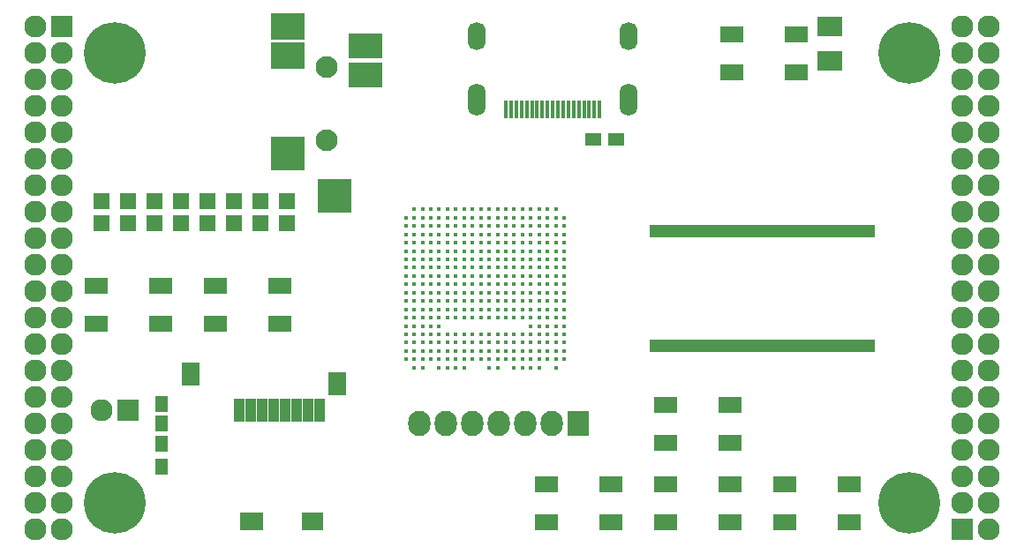
<source format=gts>
G04 #@! TF.FileFunction,Soldermask,Top*
%FSLAX46Y46*%
G04 Gerber Fmt 4.6, Leading zero omitted, Abs format (unit mm)*
G04 Created by KiCad (PCBNEW 4.0.5+dfsg1-4) date Wed May 10 16:42:39 2017*
%MOMM*%
%LPD*%
G01*
G04 APERTURE LIST*
%ADD10C,0.100000*%
%ADD11C,0.430000*%
%ADD12R,2.432000X1.924000*%
%ADD13R,1.100000X2.200000*%
%ADD14R,2.000000X1.800000*%
%ADD15R,2.200000X1.800000*%
%ADD16R,1.800000X2.300000*%
%ADD17R,2.200000X1.500000*%
%ADD18R,1.598880X1.598880*%
%ADD19R,3.200000X2.600000*%
%ADD20R,3.200000X3.200000*%
%ADD21R,3.200000X2.400000*%
%ADD22C,2.100000*%
%ADD23R,0.960000X1.300000*%
%ADD24O,1.700000X3.100000*%
%ADD25O,1.700000X2.700000*%
%ADD26R,0.350000X1.700000*%
%ADD27R,2.127200X2.127200*%
%ADD28O,2.127200X2.127200*%
%ADD29C,5.900000*%
%ADD30R,1.600000X1.300000*%
%ADD31R,2.127200X2.432000*%
%ADD32O,2.127200X2.432000*%
%ADD33R,1.150000X1.600000*%
%ADD34R,1.300000X1.600000*%
G04 APERTURE END LIST*
D10*
D11*
X131680000Y-80200000D03*
X132480000Y-80200000D03*
X133280000Y-80200000D03*
X134080000Y-80200000D03*
X134880000Y-80200000D03*
X135680000Y-80200000D03*
X136480000Y-80200000D03*
X137280000Y-80200000D03*
X138080000Y-80200000D03*
X138880000Y-80200000D03*
X139680000Y-80200000D03*
X140480000Y-80200000D03*
X141280000Y-80200000D03*
X142080000Y-80200000D03*
X142880000Y-80200000D03*
X143680000Y-80200000D03*
X144480000Y-80200000D03*
X145280000Y-80200000D03*
X130880000Y-81000000D03*
X131680000Y-81000000D03*
X132480000Y-81000000D03*
X133280000Y-81000000D03*
X134080000Y-81000000D03*
X134880000Y-81000000D03*
X135680000Y-81000000D03*
X136480000Y-81000000D03*
X137280000Y-81000000D03*
X138080000Y-81000000D03*
X138880000Y-81000000D03*
X139680000Y-81000000D03*
X140480000Y-81000000D03*
X141280000Y-81000000D03*
X142080000Y-81000000D03*
X142880000Y-81000000D03*
X143680000Y-81000000D03*
X144480000Y-81000000D03*
X145280000Y-81000000D03*
X146080000Y-81000000D03*
X130880000Y-81800000D03*
X131680000Y-81800000D03*
X132480000Y-81800000D03*
X133280000Y-81800000D03*
X134080000Y-81800000D03*
X134880000Y-81800000D03*
X135680000Y-81800000D03*
X136480000Y-81800000D03*
X137280000Y-81800000D03*
X138080000Y-81800000D03*
X138880000Y-81800000D03*
X139680000Y-81800000D03*
X140480000Y-81800000D03*
X141280000Y-81800000D03*
X142080000Y-81800000D03*
X142880000Y-81800000D03*
X143680000Y-81800000D03*
X144480000Y-81800000D03*
X145280000Y-81800000D03*
X146080000Y-81800000D03*
X130880000Y-82600000D03*
X131680000Y-82600000D03*
X132480000Y-82600000D03*
X133280000Y-82600000D03*
X134080000Y-82600000D03*
X134880000Y-82600000D03*
X135680000Y-82600000D03*
X136480000Y-82600000D03*
X137280000Y-82600000D03*
X138080000Y-82600000D03*
X138880000Y-82600000D03*
X139680000Y-82600000D03*
X140480000Y-82600000D03*
X141280000Y-82600000D03*
X142080000Y-82600000D03*
X142880000Y-82600000D03*
X143680000Y-82600000D03*
X144480000Y-82600000D03*
X145280000Y-82600000D03*
X146080000Y-82600000D03*
X130880000Y-83400000D03*
X131680000Y-83400000D03*
X132480000Y-83400000D03*
X133280000Y-83400000D03*
X134080000Y-83400000D03*
X134880000Y-83400000D03*
X135680000Y-83400000D03*
X136480000Y-83400000D03*
X137280000Y-83400000D03*
X138080000Y-83400000D03*
X138880000Y-83400000D03*
X139680000Y-83400000D03*
X140480000Y-83400000D03*
X141280000Y-83400000D03*
X142080000Y-83400000D03*
X142880000Y-83400000D03*
X143680000Y-83400000D03*
X144480000Y-83400000D03*
X145280000Y-83400000D03*
X146080000Y-83400000D03*
X130880000Y-84200000D03*
X131680000Y-84200000D03*
X132480000Y-84200000D03*
X133280000Y-84200000D03*
X134080000Y-84200000D03*
X134880000Y-84200000D03*
X135680000Y-84200000D03*
X136480000Y-84200000D03*
X137280000Y-84200000D03*
X138080000Y-84200000D03*
X138880000Y-84200000D03*
X139680000Y-84200000D03*
X140480000Y-84200000D03*
X141280000Y-84200000D03*
X142080000Y-84200000D03*
X142880000Y-84200000D03*
X143680000Y-84200000D03*
X144480000Y-84200000D03*
X145280000Y-84200000D03*
X146080000Y-84200000D03*
X130880000Y-85000000D03*
X131680000Y-85000000D03*
X132480000Y-85000000D03*
X133280000Y-85000000D03*
X134080000Y-85000000D03*
X134880000Y-85000000D03*
X135680000Y-85000000D03*
X136480000Y-85000000D03*
X137280000Y-85000000D03*
X138080000Y-85000000D03*
X138880000Y-85000000D03*
X139680000Y-85000000D03*
X140480000Y-85000000D03*
X141280000Y-85000000D03*
X142080000Y-85000000D03*
X142880000Y-85000000D03*
X143680000Y-85000000D03*
X144480000Y-85000000D03*
X145280000Y-85000000D03*
X146080000Y-85000000D03*
X130880000Y-85800000D03*
X131680000Y-85800000D03*
X132480000Y-85800000D03*
X133280000Y-85800000D03*
X134080000Y-85800000D03*
X134880000Y-85800000D03*
X135680000Y-85800000D03*
X136480000Y-85800000D03*
X137280000Y-85800000D03*
X138080000Y-85800000D03*
X138880000Y-85800000D03*
X139680000Y-85800000D03*
X140480000Y-85800000D03*
X141280000Y-85800000D03*
X142080000Y-85800000D03*
X142880000Y-85800000D03*
X143680000Y-85800000D03*
X144480000Y-85800000D03*
X145280000Y-85800000D03*
X146080000Y-85800000D03*
X130880000Y-86600000D03*
X131680000Y-86600000D03*
X132480000Y-86600000D03*
X133280000Y-86600000D03*
X134080000Y-86600000D03*
X134880000Y-86600000D03*
X135680000Y-86600000D03*
X136480000Y-86600000D03*
X137280000Y-86600000D03*
X138080000Y-86600000D03*
X138880000Y-86600000D03*
X139680000Y-86600000D03*
X140480000Y-86600000D03*
X141280000Y-86600000D03*
X142080000Y-86600000D03*
X142880000Y-86600000D03*
X143680000Y-86600000D03*
X144480000Y-86600000D03*
X145280000Y-86600000D03*
X146080000Y-86600000D03*
X130880000Y-87400000D03*
X131680000Y-87400000D03*
X132480000Y-87400000D03*
X133280000Y-87400000D03*
X134080000Y-87400000D03*
X134880000Y-87400000D03*
X135680000Y-87400000D03*
X136480000Y-87400000D03*
X137280000Y-87400000D03*
X138080000Y-87400000D03*
X138880000Y-87400000D03*
X139680000Y-87400000D03*
X140480000Y-87400000D03*
X141280000Y-87400000D03*
X142080000Y-87400000D03*
X142880000Y-87400000D03*
X143680000Y-87400000D03*
X144480000Y-87400000D03*
X145280000Y-87400000D03*
X146080000Y-87400000D03*
X130880000Y-88200000D03*
X131680000Y-88200000D03*
X132480000Y-88200000D03*
X133280000Y-88200000D03*
X134080000Y-88200000D03*
X134880000Y-88200000D03*
X135680000Y-88200000D03*
X136480000Y-88200000D03*
X137280000Y-88200000D03*
X138080000Y-88200000D03*
X138880000Y-88200000D03*
X139680000Y-88200000D03*
X140480000Y-88200000D03*
X141280000Y-88200000D03*
X142080000Y-88200000D03*
X142880000Y-88200000D03*
X143680000Y-88200000D03*
X144480000Y-88200000D03*
X145280000Y-88200000D03*
X146080000Y-88200000D03*
X130880000Y-89000000D03*
X131680000Y-89000000D03*
X132480000Y-89000000D03*
X133280000Y-89000000D03*
X134080000Y-89000000D03*
X134880000Y-89000000D03*
X135680000Y-89000000D03*
X136480000Y-89000000D03*
X137280000Y-89000000D03*
X138080000Y-89000000D03*
X138880000Y-89000000D03*
X139680000Y-89000000D03*
X140480000Y-89000000D03*
X141280000Y-89000000D03*
X142080000Y-89000000D03*
X142880000Y-89000000D03*
X143680000Y-89000000D03*
X144480000Y-89000000D03*
X145280000Y-89000000D03*
X146080000Y-89000000D03*
X130880000Y-89800000D03*
X131680000Y-89800000D03*
X132480000Y-89800000D03*
X133280000Y-89800000D03*
X134080000Y-89800000D03*
X134880000Y-89800000D03*
X135680000Y-89800000D03*
X136480000Y-89800000D03*
X137280000Y-89800000D03*
X138080000Y-89800000D03*
X138880000Y-89800000D03*
X139680000Y-89800000D03*
X140480000Y-89800000D03*
X141280000Y-89800000D03*
X142080000Y-89800000D03*
X142880000Y-89800000D03*
X143680000Y-89800000D03*
X144480000Y-89800000D03*
X145280000Y-89800000D03*
X146080000Y-89800000D03*
X130880000Y-90600000D03*
X131680000Y-90600000D03*
X132480000Y-90600000D03*
X133280000Y-90600000D03*
X134080000Y-90600000D03*
X134880000Y-90600000D03*
X135680000Y-90600000D03*
X136480000Y-90600000D03*
X137280000Y-90600000D03*
X138080000Y-90600000D03*
X138880000Y-90600000D03*
X139680000Y-90600000D03*
X140480000Y-90600000D03*
X141280000Y-90600000D03*
X142080000Y-90600000D03*
X142880000Y-90600000D03*
X143680000Y-90600000D03*
X144480000Y-90600000D03*
X145280000Y-90600000D03*
X146080000Y-90600000D03*
X130880000Y-91400000D03*
X131680000Y-91400000D03*
X132480000Y-91400000D03*
X133280000Y-91400000D03*
X134080000Y-91400000D03*
X142880000Y-91400000D03*
X143680000Y-91400000D03*
X144480000Y-91400000D03*
X145280000Y-91400000D03*
X146080000Y-91400000D03*
X130880000Y-92200000D03*
X131680000Y-92200000D03*
X132480000Y-92200000D03*
X133280000Y-92200000D03*
X134080000Y-92200000D03*
X134880000Y-92200000D03*
X135680000Y-92200000D03*
X136480000Y-92200000D03*
X137280000Y-92200000D03*
X138080000Y-92200000D03*
X138880000Y-92200000D03*
X139680000Y-92200000D03*
X140480000Y-92200000D03*
X141280000Y-92200000D03*
X142080000Y-92200000D03*
X142880000Y-92200000D03*
X143680000Y-92200000D03*
X144480000Y-92200000D03*
X145280000Y-92200000D03*
X146080000Y-92200000D03*
X130880000Y-93000000D03*
X131680000Y-93000000D03*
X132480000Y-93000000D03*
X133280000Y-93000000D03*
X134080000Y-93000000D03*
X134880000Y-93000000D03*
X135680000Y-93000000D03*
X136480000Y-93000000D03*
X137280000Y-93000000D03*
X138080000Y-93000000D03*
X138880000Y-93000000D03*
X139680000Y-93000000D03*
X140480000Y-93000000D03*
X141280000Y-93000000D03*
X142080000Y-93000000D03*
X142880000Y-93000000D03*
X143680000Y-93000000D03*
X144480000Y-93000000D03*
X145280000Y-93000000D03*
X146080000Y-93000000D03*
X130880000Y-93800000D03*
X131680000Y-93800000D03*
X132480000Y-93800000D03*
X133280000Y-93800000D03*
X134080000Y-93800000D03*
X134880000Y-93800000D03*
X135680000Y-93800000D03*
X136480000Y-93800000D03*
X137280000Y-93800000D03*
X138080000Y-93800000D03*
X138880000Y-93800000D03*
X139680000Y-93800000D03*
X140480000Y-93800000D03*
X141280000Y-93800000D03*
X142080000Y-93800000D03*
X142880000Y-93800000D03*
X143680000Y-93800000D03*
X144480000Y-93800000D03*
X145280000Y-93800000D03*
X146080000Y-93800000D03*
X130880000Y-94600000D03*
X131680000Y-94600000D03*
X132480000Y-94600000D03*
X133280000Y-94600000D03*
X134080000Y-94600000D03*
X134880000Y-94600000D03*
X135680000Y-94600000D03*
X136480000Y-94600000D03*
X137280000Y-94600000D03*
X138080000Y-94600000D03*
X138880000Y-94600000D03*
X139680000Y-94600000D03*
X140480000Y-94600000D03*
X141280000Y-94600000D03*
X142080000Y-94600000D03*
X142880000Y-94600000D03*
X143680000Y-94600000D03*
X144480000Y-94600000D03*
X145280000Y-94600000D03*
X146080000Y-94600000D03*
X131680000Y-95400000D03*
X132480000Y-95400000D03*
X134080000Y-95400000D03*
X134880000Y-95400000D03*
X135680000Y-95400000D03*
X136480000Y-95400000D03*
X138880000Y-95400000D03*
X139680000Y-95400000D03*
X141280000Y-95400000D03*
X142080000Y-95400000D03*
X142880000Y-95400000D03*
X143680000Y-95400000D03*
X145280000Y-95400000D03*
D12*
X171570000Y-65992000D03*
X171570000Y-62690000D03*
D13*
X114930000Y-99520000D03*
X116030000Y-99520000D03*
X117130000Y-99520000D03*
X118230000Y-99520000D03*
X119330000Y-99520000D03*
X120430000Y-99520000D03*
X121530000Y-99520000D03*
X122630000Y-99520000D03*
D14*
X121920000Y-110120000D03*
D15*
X116120000Y-110120000D03*
D16*
X124320000Y-96970000D03*
X110270000Y-95970000D03*
D17*
X101160000Y-87510000D03*
X107360000Y-87510000D03*
X101160000Y-91210000D03*
X107360000Y-91210000D03*
X112590000Y-87510000D03*
X118790000Y-87510000D03*
X112590000Y-91210000D03*
X118790000Y-91210000D03*
X155770000Y-98940000D03*
X161970000Y-98940000D03*
X155770000Y-102640000D03*
X161970000Y-102640000D03*
X161970000Y-110260000D03*
X155770000Y-110260000D03*
X161970000Y-106560000D03*
X155770000Y-106560000D03*
X150540000Y-110260000D03*
X144340000Y-110260000D03*
X150540000Y-106560000D03*
X144340000Y-106560000D03*
X173400000Y-110260000D03*
X167200000Y-110260000D03*
X173400000Y-106560000D03*
X167200000Y-106560000D03*
D18*
X119500000Y-81519020D03*
X119500000Y-79420980D03*
X116960000Y-81519020D03*
X116960000Y-79420980D03*
X114420000Y-81519020D03*
X114420000Y-79420980D03*
X111880000Y-81519020D03*
X111880000Y-79420980D03*
X109340000Y-81519020D03*
X109340000Y-79420980D03*
X106800000Y-81519020D03*
X106800000Y-79420980D03*
X104260000Y-81519020D03*
X104260000Y-79420980D03*
X101720000Y-81519020D03*
X101720000Y-79420980D03*
D19*
X119610000Y-62640000D03*
X119610000Y-65440000D03*
D20*
X119610000Y-74840000D03*
X124060000Y-78940000D03*
D21*
X127010000Y-67340000D03*
X127010000Y-64540000D03*
D22*
X123310000Y-66540000D03*
X123310000Y-73540000D03*
D23*
X175480000Y-82270000D03*
X154680000Y-93330000D03*
X155480000Y-93330000D03*
X156280000Y-93330000D03*
X157080000Y-93330000D03*
X157880000Y-93330000D03*
X158680000Y-93330000D03*
X159480000Y-93330000D03*
X160280000Y-93330000D03*
X161080000Y-93330000D03*
X161880000Y-93330000D03*
X162680000Y-93330000D03*
X163480000Y-93330000D03*
X164280000Y-93330000D03*
X165080000Y-93330000D03*
X165880000Y-93330000D03*
X166680000Y-93330000D03*
X167480000Y-93330000D03*
X168280000Y-93330000D03*
X169080000Y-93330000D03*
X169880000Y-93330000D03*
X170680000Y-93330000D03*
X171480000Y-93330000D03*
X172280000Y-93330000D03*
X173080000Y-93330000D03*
X173880000Y-93330000D03*
X174680000Y-93330000D03*
X175480000Y-93330000D03*
X174680000Y-82270000D03*
X173880000Y-82270000D03*
X173080000Y-82270000D03*
X172280000Y-82270000D03*
X171480000Y-82270000D03*
X170680000Y-82270000D03*
X169880000Y-82270000D03*
X169080000Y-82270000D03*
X168280000Y-82270000D03*
X167480000Y-82270000D03*
X166680000Y-82270000D03*
X165880000Y-82270000D03*
X165080000Y-82270000D03*
X164280000Y-82270000D03*
X163480000Y-82270000D03*
X162680000Y-82270000D03*
X161880000Y-82270000D03*
X161080000Y-82270000D03*
X160280000Y-82270000D03*
X159480000Y-82270000D03*
X158680000Y-82270000D03*
X157880000Y-82270000D03*
X157080000Y-82270000D03*
X156280000Y-82270000D03*
X155480000Y-82270000D03*
X154680000Y-82270000D03*
D24*
X152280000Y-69650000D03*
X137680000Y-69650000D03*
D25*
X137680000Y-63600000D03*
D26*
X140480000Y-70600000D03*
X140980000Y-70600000D03*
X141480000Y-70600000D03*
X141980000Y-70600000D03*
X142480000Y-70600000D03*
X142980000Y-70600000D03*
X143480000Y-70600000D03*
X143980000Y-70600000D03*
X144480000Y-70600000D03*
X144980000Y-70600000D03*
X145480000Y-70600000D03*
X145980000Y-70600000D03*
X146480000Y-70600000D03*
X146980000Y-70600000D03*
X147480000Y-70600000D03*
X147980000Y-70600000D03*
X148480000Y-70600000D03*
X148980000Y-70600000D03*
X149480000Y-70600000D03*
D25*
X152280000Y-63600000D03*
D27*
X97910000Y-62690000D03*
D28*
X95370000Y-62690000D03*
X97910000Y-65230000D03*
X95370000Y-65230000D03*
X97910000Y-67770000D03*
X95370000Y-67770000D03*
X97910000Y-70310000D03*
X95370000Y-70310000D03*
X97910000Y-72850000D03*
X95370000Y-72850000D03*
X97910000Y-75390000D03*
X95370000Y-75390000D03*
X97910000Y-77930000D03*
X95370000Y-77930000D03*
X97910000Y-80470000D03*
X95370000Y-80470000D03*
X97910000Y-83010000D03*
X95370000Y-83010000D03*
X97910000Y-85550000D03*
X95370000Y-85550000D03*
X97910000Y-88090000D03*
X95370000Y-88090000D03*
X97910000Y-90630000D03*
X95370000Y-90630000D03*
X97910000Y-93170000D03*
X95370000Y-93170000D03*
X97910000Y-95710000D03*
X95370000Y-95710000D03*
X97910000Y-98250000D03*
X95370000Y-98250000D03*
X97910000Y-100790000D03*
X95370000Y-100790000D03*
X97910000Y-103330000D03*
X95370000Y-103330000D03*
X97910000Y-105870000D03*
X95370000Y-105870000D03*
X97910000Y-108410000D03*
X95370000Y-108410000D03*
X97910000Y-110950000D03*
X95370000Y-110950000D03*
D27*
X184270000Y-110950000D03*
D28*
X186810000Y-110950000D03*
X184270000Y-108410000D03*
X186810000Y-108410000D03*
X184270000Y-105870000D03*
X186810000Y-105870000D03*
X184270000Y-103330000D03*
X186810000Y-103330000D03*
X184270000Y-100790000D03*
X186810000Y-100790000D03*
X184270000Y-98250000D03*
X186810000Y-98250000D03*
X184270000Y-95710000D03*
X186810000Y-95710000D03*
X184270000Y-93170000D03*
X186810000Y-93170000D03*
X184270000Y-90630000D03*
X186810000Y-90630000D03*
X184270000Y-88090000D03*
X186810000Y-88090000D03*
X184270000Y-85550000D03*
X186810000Y-85550000D03*
X184270000Y-83010000D03*
X186810000Y-83010000D03*
X184270000Y-80470000D03*
X186810000Y-80470000D03*
X184270000Y-77930000D03*
X186810000Y-77930000D03*
X184270000Y-75390000D03*
X186810000Y-75390000D03*
X184270000Y-72850000D03*
X186810000Y-72850000D03*
X184270000Y-70310000D03*
X186810000Y-70310000D03*
X184270000Y-67770000D03*
X186810000Y-67770000D03*
X184270000Y-65230000D03*
X186810000Y-65230000D03*
X184270000Y-62690000D03*
X186810000Y-62690000D03*
D29*
X102990000Y-108410000D03*
X179190000Y-108410000D03*
X179190000Y-65230000D03*
X102990000Y-65230000D03*
D17*
X162120000Y-63380000D03*
X168320000Y-63380000D03*
X162120000Y-67080000D03*
X168320000Y-67080000D03*
D30*
X151080000Y-73485000D03*
X148880000Y-73485000D03*
D27*
X104260000Y-99520000D03*
D28*
X101720000Y-99520000D03*
D31*
X147440000Y-100790000D03*
D32*
X144900000Y-100790000D03*
X142360000Y-100790000D03*
X139820000Y-100790000D03*
X137280000Y-100790000D03*
X134740000Y-100790000D03*
X132200000Y-100790000D03*
D33*
X107480000Y-100750000D03*
X107480000Y-98850000D03*
D34*
X107480000Y-102700000D03*
X107480000Y-104900000D03*
M02*

</source>
